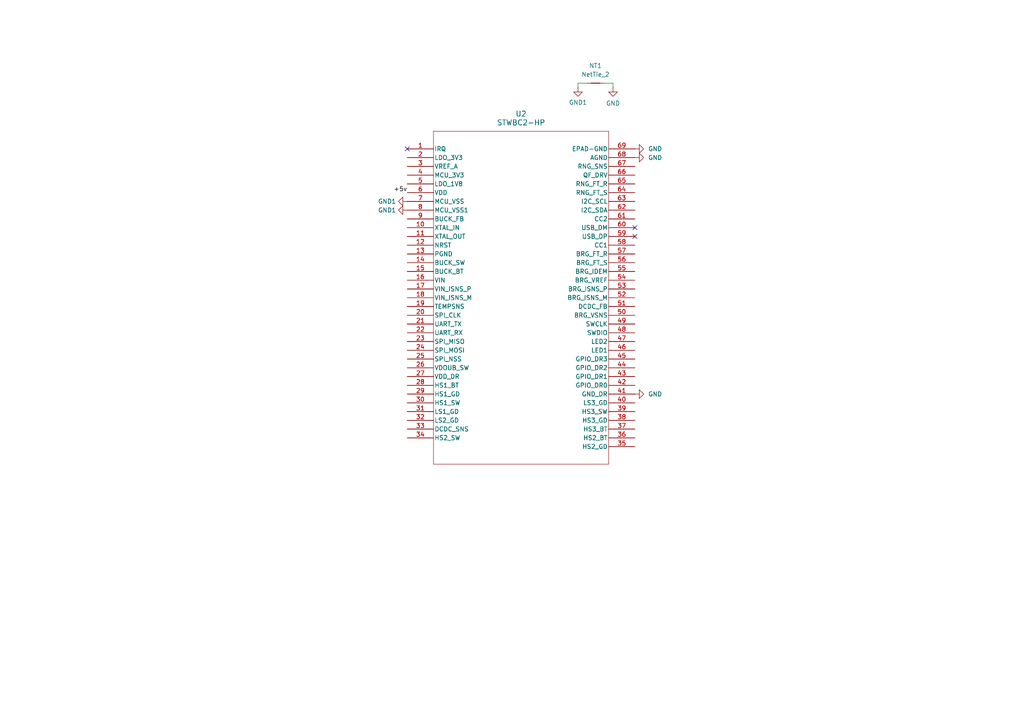
<source format=kicad_sch>
(kicad_sch (version 20250114) (generator "eeschema") (generator_version "9.0")
  (paper "A4")
  (lib_symbols
    (symbol "Device:NetTie_2" (pin_numbers (hide yes)) (pin_names (offset 0) (hide yes)) (in_bom no)
      (property "Reference" "NT" (at 0 1.27 0))
      (property "Value" "NetTie_2" (at 0 -1.27 0))
      (symbol "NetTie_2_0_1"
        (polyline (pts (xy -1.27 0) (xy 1.27 0)) (stroke (width 0.254)))
      )
      (symbol "NetTie_2_1_1"
        (pin passive line (at -2.54 0 0) (length 2.54) (name "1") (number "1"))
        (pin passive line (at 2.54 0 180) (length 2.54) (name "2") (number "2"))
      )
    )
    (symbol "U_STWBC2-HP:STWBC2-HP" (pin_names (offset 0.254))
      (property "Reference" "U" (at 33.02 10.16 0))
      (property "Value" "STWBC2-HP" (at 33.02 7.62 0))
      (symbol "STWBC2-HP_0_1"
        (polyline (pts (xy 7.62 5.08) (xy 7.62 -91.44)) (stroke (width 0.127)))
        (polyline (pts (xy 7.62 -91.44) (xy 58.42 -91.44)) (stroke (width 0.127)))
        (polyline (pts (xy 58.42 5.08) (xy 7.62 5.08)) (stroke (width 0.127)))
        (polyline (pts (xy 58.42 -91.44) (xy 58.42 5.08)) (stroke (width 0.127)))
        (pin bidirectional line (at 0 0 0) (length 7.62) (name "IRQ") (number "1"))
        (pin power_in line (at 0 -2.54 0) (length 7.62) (name "LDO_3V3") (number "2"))
        (pin output line (at 0 -5.08 0) (length 7.62) (name "VREF_A") (number "3"))
        (pin power_in line (at 0 -7.62 0) (length 7.62) (name "MCU_3V3") (number "4"))
        (pin power_in line (at 0 -10.16 0) (length 7.62) (name "LDO_1V8") (number "5"))
        (pin power_in line (at 0 -12.7 0) (length 7.62) (name "VDD") (number "6"))
        (pin power_out line (at 0 -15.24 0) (length 7.62) (name "MCU_VSS") (number "7"))
        (pin power_out line (at 0 -17.78 0) (length 7.62) (name "MCU_VSS1") (number "8"))
        (pin input line (at 0 -20.32 0) (length 7.62) (name "BUCK_FB") (number "9"))
        (pin input line (at 0 -22.86 0) (length 7.62) (name "XTAL_IN") (number "10"))
        (pin output line (at 0 -25.4 0) (length 7.62) (name "XTAL_OUT") (number "11"))
        (pin bidirectional line (at 0 -27.94 0) (length 7.62) (name "NRST") (number "12"))
        (pin power_out line (at 0 -30.48 0) (length 7.62) (name "PGND") (number "13"))
        (pin output line (at 0 -33.02 0) (length 7.62) (name "BUCK_SW") (number "14"))
        (pin power_in line (at 0 -35.56 0) (length 7.62) (name "BUCK_BT") (number "15"))
        (pin power_in line (at 0 -38.1 0) (length 7.62) (name "VIN") (number "16"))
        (pin input line (at 0 -40.64 0) (length 7.62) (name "VIN_ISNS_P") (number "17"))
        (pin input line (at 0 -43.18 0) (length 7.62) (name "VIN_ISNS_M") (number "18"))
        (pin input line (at 0 -45.72 0) (length 7.62) (name "TEMPSNS") (number "19"))
        (pin bidirectional line (at 0 -48.26 0) (length 7.62) (name "SPI_CLK") (number "20"))
        (pin bidirectional line (at 0 -50.8 0) (length 7.62) (name "UART_TX") (number "21"))
        (pin bidirectional line (at 0 -53.34 0) (length 7.62) (name "UART_RX") (number "22"))
        (pin bidirectional line (at 0 -55.88 0) (length 7.62) (name "SPI_MISO") (number "23"))
        (pin bidirectional line (at 0 -58.42 0) (length 7.62) (name "SPI_MOSI") (number "24"))
        (pin bidirectional line (at 0 -60.96 0) (length 7.62) (name "SPI_NSS") (number "25"))
        (pin output line (at 0 -63.5 0) (length 7.62) (name "VDOUB_SW") (number "26"))
        (pin power_in line (at 0 -66.04 0) (length 7.62) (name "VDD_DR") (number "27"))
        (pin power_in line (at 0 -68.58 0) (length 7.62) (name "HS1_BT") (number "28"))
        (pin output line (at 0 -71.12 0) (length 7.62) (name "HS1_GD") (number "29"))
        (pin input line (at 0 -73.66 0) (length 7.62) (name "HS1_SW") (number "30"))
        (pin output line (at 0 -76.2 0) (length 7.62) (name "LS1_GD") (number "31"))
        (pin output line (at 0 -78.74 0) (length 7.62) (name "LS2_GD") (number "32"))
        (pin input line (at 0 -81.28 0) (length 7.62) (name "DCDC_SNS") (number "33"))
        (pin input line (at 0 -83.82 0) (length 7.62) (name "HS2_SW") (number "34"))
        (pin power_out line (at 66.04 0 180) (length 7.62) (name "EPAD-GND") (number "69"))
        (pin power_out line (at 66.04 -2.54 180) (length 7.62) (name "AGND") (number "68"))
        (pin input line (at 66.04 -5.08 180) (length 7.62) (name "RNG_SNS") (number "67"))
        (pin output line (at 66.04 -7.62 180) (length 7.62) (name "QF_DRV") (number "66"))
        (pin input line (at 66.04 -10.16 180) (length 7.62) (name "RNG_FT_R") (number "65"))
        (pin output line (at 66.04 -12.7 180) (length 7.62) (name "RNG_FT_S") (number "64"))
        (pin bidirectional line (at 66.04 -15.24 180) (length 7.62) (name "I2C_SCL") (number "63"))
        (pin bidirectional line (at 66.04 -17.78 180) (length 7.62) (name "I2C_SDA") (number "62"))
        (pin bidirectional line (at 66.04 -20.32 180) (length 7.62) (name "CC2") (number "61"))
        (pin bidirectional line (at 66.04 -22.86 180) (length 7.62) (name "USB_DM") (number "60"))
        (pin bidirectional line (at 66.04 -25.4 180) (length 7.62) (name "USB_DP") (number "59"))
        (pin bidirectional line (at 66.04 -27.94 180) (length 7.62) (name "CC1") (number "58"))
        (pin input line (at 66.04 -30.48 180) (length 7.62) (name "BRG_FT_R") (number "57"))
        (pin output line (at 66.04 -33.02 180) (length 7.62) (name "BRG_FT_S") (number "56"))
        (pin input line (at 66.04 -35.56 180) (length 7.62) (name "BRG_IDEM") (number "55"))
        (pin bidirectional line (at 66.04 -38.1 180) (length 7.62) (name "BRG_VREF") (number "54"))
        (pin input line (at 66.04 -40.64 180) (length 7.62) (name "BRG_ISNS_P") (number "53"))
        (pin input line (at 66.04 -43.18 180) (length 7.62) (name "BRG_ISNS_M") (number "52"))
        (pin input line (at 66.04 -45.72 180) (length 7.62) (name "DCDC_FB") (number "51"))
        (pin input line (at 66.04 -48.26 180) (length 7.62) (name "BRG_VSNS") (number "50"))
        (pin bidirectional line (at 66.04 -50.8 180) (length 7.62) (name "SWCLK") (number "49"))
        (pin bidirectional line (at 66.04 -53.34 180) (length 7.62) (name "SWDIO") (number "48"))
        (pin output line (at 66.04 -55.88 180) (length 7.62) (name "LED2") (number "47"))
        (pin output line (at 66.04 -58.42 180) (length 7.62) (name "LED1") (number "46"))
        (pin output line (at 66.04 -60.96 180) (length 7.62) (name "GPIO_DR3") (number "45"))
        (pin output line (at 66.04 -63.5 180) (length 7.62) (name "GPIO_DR2") (number "44"))
        (pin output line (at 66.04 -66.04 180) (length 7.62) (name "GPIO_DR1") (number "43"))
        (pin output line (at 66.04 -68.58 180) (length 7.62) (name "GPIO_DR0") (number "42"))
        (pin power_in line (at 66.04 -71.12 180) (length 7.62) (name "GND_DR") (number "41"))
        (pin output line (at 66.04 -73.66 180) (length 7.62) (name "LS3_GD") (number "40"))
        (pin input line (at 66.04 -76.2 180) (length 7.62) (name "HS3_SW") (number "39"))
        (pin output line (at 66.04 -78.74 180) (length 7.62) (name "HS3_GD") (number "38"))
        (pin power_in line (at 66.04 -81.28 180) (length 7.62) (name "HS3_BT") (number "37"))
        (pin power_in line (at 66.04 -83.82 180) (length 7.62) (name "HS2_BT") (number "36"))
        (pin output line (at 66.04 -86.36 180) (length 7.62) (name "HS2_GD") (number "35"))
      )
    )
    (symbol "power:GND" (power) (pin_numbers (hide yes)) (pin_names (offset 0) (hide yes))
      (property "Value" "GND" (at 0 -3.81 0))
      (symbol "GND_0_1"
        (polyline (pts (xy 0 0) (xy 0 -1.27) (xy 1.27 -1.27) (xy 0 -2.54) (xy -1.27 -1.27) (xy 0 -1.27)))
      )
      (symbol "GND_1_1"
        (pin power_in line (at 0 0 270) (length 0) (name "~") (number "1"))
      )
    )
    (symbol "power:GND1" (power) (pin_numbers (hide yes)) (pin_names (offset 0) (hide yes))
      (property "Value" "GND1" (at 0 -3.81 0))
      (symbol "GND1_0_1"
        (polyline (pts (xy 0 0) (xy 0 -1.27) (xy 1.27 -1.27) (xy 0 -2.54) (xy -1.27 -1.27) (xy 0 -1.27)))
      )
      (symbol "GND1_1_1"
        (pin power_in line (at 0 0 270) (length 0) (name "~") (number "1"))
      )
    )
  )
  (no_connect (at 184.15 66.04))
  (no_connect (at 118.11 43.18))
  (no_connect (at 184.15 68.58))
  (wire (pts (xy 175.26 24.13) (xy 177.8 24.13)))
  (wire (pts (xy 170.18 24.13) (xy 167.64 24.13)))
  (wire (pts (xy 177.8 24.13) (xy 177.8 25.4)))
  (wire (pts (xy 167.64 24.13) (xy 167.64 25.4)))
  (label "+5v" (at 118.11 55.88 180))
  (symbol (lib_id "power:GND") (at 184.15 45.72 90) (unit 1)
    (property "Reference" "#PWR02" (effects (hide yes)))
    (property "Value" "GND" (at 187.96 45.7199 90) (effects (justify right)))
    (property "Description" "Power symbol creates a global label with name \"GND\" , ground" (effects (hide yes)))
  )
  (symbol (lib_id "power:GND1") (at 118.11 60.96 270) (unit 1)
    (property "Reference" "#PWR04" (effects (hide yes)))
    (property "Value" "GND1" (at 112.268 60.96 90))
    (property "Description" "Power symbol creates a global label with name \"GND1\" , ground" (effects (hide yes)))
  )
  (symbol (lib_id "power:GND") (at 177.8 25.4 0) (unit 1)
    (property "Reference" "#PWR09" (effects (hide yes)))
    (property "Value" "GND" (at 177.8 29.972 0))
    (property "Description" "Power symbol creates a global label with name \"GND\" , ground" (effects (hide yes)))
  )
  (symbol (lib_id "power:GND1") (at 118.11 58.42 270) (unit 1)
    (property "Reference" "#PWR03" (effects (hide yes)))
    (property "Value" "GND1" (at 112.268 58.42 90))
    (property "Description" "Power symbol creates a global label with name \"GND1\" , ground" (effects (hide yes)))
  )
  (symbol (lib_id "U_STWBC2-HP:STWBC2-HP") (at 118.11 43.18 0) (unit 1)
    (property "Reference" "U2" (at 151.13 33.02 0) (effects (font (size 1.524 1.524))))
    (property "Value" "STWBC2-HP" (at 151.13 35.56 0) (effects (font (size 1.524 1.524))))
    (property "Footprint" "U_STWBC2-HP_STM" (effects (hide yes)))
    (property "Datasheet" "STWBC2-HP" (effects (hide yes)))
  )
  (symbol (lib_id "Device:NetTie_2") (at 172.72 24.13 0) (mirror y) (unit 1) (in_bom no)
    (property "Reference" "NT1" (at 172.72 19.05 0))
    (property "Value" "NetTie_2" (at 172.72 21.59 0))
    (property "Footprint" "NetTie:NetTie-2_SMD_Pad0.5mm" (effects (hide yes)))
    (property "Description" "Net tie, 2 pins" (effects (hide yes)))
  )
  (symbol (lib_id "power:GND1") (at 167.64 25.4 0) (unit 1)
    (property "Reference" "#PWR08" (effects (hide yes)))
    (property "Value" "GND1" (at 167.64 29.718 0))
    (property "Description" "Power symbol creates a global label with name \"GND1\" , ground" (effects (hide yes)))
  )
  (symbol (lib_id "power:GND") (at 184.15 114.3 90) (unit 1)
    (property "Reference" "#PWR06" (effects (hide yes)))
    (property "Value" "GND" (at 187.96 114.2999 90) (effects (justify right)))
    (property "Description" "Power symbol creates a global label with name \"GND\" , ground" (effects (hide yes)))
  )
  (symbol (lib_id "power:GND") (at 184.15 43.18 90) (unit 1)
    (property "Reference" "#PWR01" (effects (hide yes)))
    (property "Value" "GND" (at 187.96 43.1799 90) (effects (justify right)))
    (property "Description" "Power symbol creates a global label with name \"GND\" , ground" (effects (hide yes)))
  )
)
</source>
